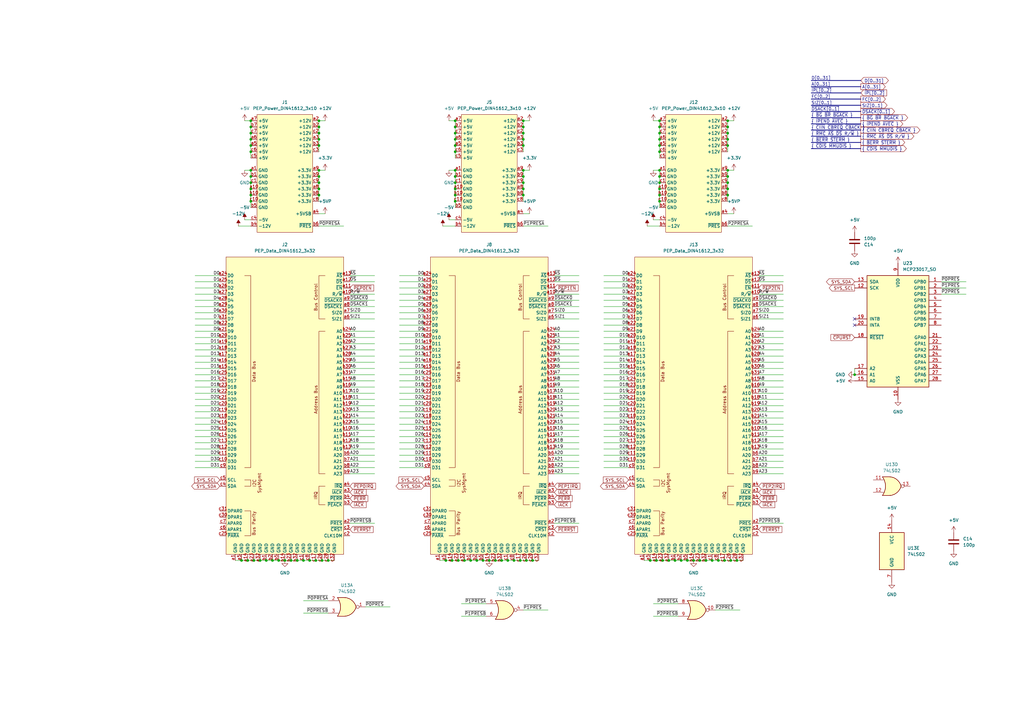
<source format=kicad_sch>
(kicad_sch (version 20230121) (generator eeschema)
  (paper "A3")
  (junction (at 130.81 80.01))
  (junction (at 130.81 49.53))
  (junction (at 198.12 229.87))
  (junction (at 101.6 229.87))
  (junction (at 130.81 74.93))
  (junction (at 130.81 72.39))
  (junction (at 121.92 229.87))
  (junction (at 298.45 69.85))
  (junction (at 208.28 229.87))
  (junction (at 200.66 229.87))
  (junction (at 190.5 229.87))
  (junction (at 298.45 52.07))
  (junction (at 213.36 229.87))
  (junction (at 270.51 69.85))
  (junction (at 186.69 72.39))
  (junction (at 114.3 229.87))
  (junction (at 102.87 59.69))
  (junction (at 132.08 229.87))
  (junction (at 127 229.87))
  (junction (at 270.51 72.39))
  (junction (at 270.51 52.07))
  (junction (at 297.18 229.87))
  (junction (at 218.44 229.87))
  (junction (at 186.69 49.53))
  (junction (at 185.42 229.87))
  (junction (at 276.86 229.87))
  (junction (at 186.69 77.47))
  (junction (at 269.24 229.87))
  (junction (at 129.54 229.87))
  (junction (at 271.78 229.87))
  (junction (at 214.63 52.07))
  (junction (at 195.58 229.87))
  (junction (at 205.74 229.87))
  (junction (at 106.68 229.87))
  (junction (at 298.45 59.69))
  (junction (at 186.69 52.07))
  (junction (at 186.69 54.61))
  (junction (at 298.45 54.61))
  (junction (at 210.82 229.87))
  (junction (at 102.87 52.07))
  (junction (at 116.84 229.87))
  (junction (at 130.81 69.85))
  (junction (at 99.06 229.87))
  (junction (at 124.46 229.87))
  (junction (at 270.51 80.01))
  (junction (at 350.52 153.67))
  (junction (at 214.63 74.93))
  (junction (at 270.51 59.69))
  (junction (at 274.32 229.87))
  (junction (at 289.56 229.87))
  (junction (at 134.62 229.87))
  (junction (at 130.81 54.61))
  (junction (at 298.45 49.53))
  (junction (at 214.63 59.69))
  (junction (at 186.69 59.69))
  (junction (at 214.63 72.39))
  (junction (at 298.45 72.39))
  (junction (at 102.87 77.47))
  (junction (at 130.81 77.47))
  (junction (at 109.22 229.87))
  (junction (at 186.69 57.15))
  (junction (at 186.69 80.01))
  (junction (at 102.87 62.23))
  (junction (at 186.69 74.93))
  (junction (at 102.87 57.15))
  (junction (at 270.51 77.47))
  (junction (at 214.63 57.15))
  (junction (at 281.94 229.87))
  (junction (at 102.87 49.53))
  (junction (at 270.51 62.23))
  (junction (at 193.04 229.87))
  (junction (at 298.45 74.93))
  (junction (at 299.72 229.87))
  (junction (at 279.4 229.87))
  (junction (at 270.51 82.55))
  (junction (at 130.81 57.15))
  (junction (at 186.69 82.55))
  (junction (at 302.26 229.87))
  (junction (at 102.87 74.93))
  (junction (at 186.69 62.23))
  (junction (at 104.14 229.87))
  (junction (at 294.64 229.87))
  (junction (at 130.81 52.07))
  (junction (at 102.87 72.39))
  (junction (at 298.45 77.47))
  (junction (at 186.69 69.85))
  (junction (at 203.2 229.87))
  (junction (at 214.63 69.85))
  (junction (at 266.7 229.87))
  (junction (at 102.87 80.01))
  (junction (at 214.63 54.61))
  (junction (at 119.38 229.87))
  (junction (at 102.87 69.85))
  (junction (at 292.1 229.87))
  (junction (at 214.63 77.47))
  (junction (at 214.63 80.01))
  (junction (at 270.51 49.53))
  (junction (at 215.9 229.87))
  (junction (at 270.51 57.15))
  (junction (at 102.87 54.61))
  (junction (at 187.96 229.87))
  (junction (at 102.87 82.55))
  (junction (at 270.51 54.61))
  (junction (at 214.63 49.53))
  (junction (at 182.88 229.87))
  (junction (at 284.48 229.87))
  (junction (at 287.02 229.87))
  (junction (at 298.45 57.15))
  (junction (at 270.51 74.93))
  (junction (at 111.76 229.87))
  (junction (at 130.81 59.69))
  (junction (at 298.45 80.01))
  (no_connect (at 350.52 130.81))
  (no_connect (at 350.52 133.35))
  (wire (pts (xy 104.14 229.87) (xy 106.68 229.87)))
  (wire (pts (xy 80.01 184.15) (xy 90.17 184.15)))
  (wire (pts (xy 130.81 59.69) (xy 130.81 62.23)))
  (wire (pts (xy 214.63 59.69) (xy 214.63 62.23)))
  (wire (pts (xy 124.46 251.46) (xy 134.62 251.46)))
  (wire (pts (xy 270.51 57.15) (xy 270.51 59.69)))
  (wire (pts (xy 181.61 92.71) (xy 186.69 92.71)))
  (wire (pts (xy 321.31 156.21) (xy 311.15 156.21)))
  (wire (pts (xy 267.97 252.73) (xy 278.13 252.73)))
  (wire (pts (xy 237.49 138.43) (xy 227.33 138.43)))
  (wire (pts (xy 218.44 229.87) (xy 220.98 229.87)))
  (wire (pts (xy 186.69 54.61) (xy 186.69 57.15)))
  (wire (pts (xy 80.01 171.45) (xy 90.17 171.45)))
  (wire (pts (xy 133.35 69.85) (xy 130.81 69.85)))
  (wire (pts (xy 281.94 229.87) (xy 284.48 229.87)))
  (wire (pts (xy 270.51 69.85) (xy 270.51 72.39)))
  (wire (pts (xy 153.67 184.15) (xy 143.51 184.15)))
  (wire (pts (xy 80.01 151.13) (xy 90.17 151.13)))
  (wire (pts (xy 130.81 49.53) (xy 130.81 52.07)))
  (wire (pts (xy 298.45 54.61) (xy 298.45 57.15)))
  (wire (pts (xy 208.28 229.87) (xy 210.82 229.87)))
  (wire (pts (xy 80.01 158.75) (xy 90.17 158.75)))
  (wire (pts (xy 102.87 54.61) (xy 102.87 57.15)))
  (wire (pts (xy 321.31 176.53) (xy 311.15 176.53)))
  (wire (pts (xy 163.83 168.91) (xy 173.99 168.91)))
  (wire (pts (xy 247.65 135.89) (xy 257.81 135.89)))
  (wire (pts (xy 321.31 161.29) (xy 311.15 161.29)))
  (wire (pts (xy 321.31 158.75) (xy 311.15 158.75)))
  (wire (pts (xy 247.65 128.27) (xy 257.81 128.27)))
  (wire (pts (xy 130.81 72.39) (xy 130.81 74.93)))
  (wire (pts (xy 80.01 148.59) (xy 90.17 148.59)))
  (wire (pts (xy 80.01 186.69) (xy 90.17 186.69)))
  (bus (pts (xy 332.74 33.02) (xy 353.06 33.02)))
  (wire (pts (xy 163.83 184.15) (xy 173.99 184.15)))
  (wire (pts (xy 270.51 49.53) (xy 270.51 52.07)))
  (wire (pts (xy 186.69 62.23) (xy 186.69 64.77)))
  (wire (pts (xy 133.35 49.53) (xy 130.81 49.53)))
  (wire (pts (xy 80.01 120.65) (xy 90.17 120.65)))
  (wire (pts (xy 163.83 146.05) (xy 173.99 146.05)))
  (wire (pts (xy 184.15 49.53) (xy 186.69 49.53)))
  (wire (pts (xy 153.67 138.43) (xy 143.51 138.43)))
  (wire (pts (xy 321.31 148.59) (xy 311.15 148.59)))
  (wire (pts (xy 237.49 173.99) (xy 227.33 173.99)))
  (wire (pts (xy 200.66 229.87) (xy 203.2 229.87)))
  (wire (pts (xy 130.81 80.01) (xy 130.81 82.55)))
  (wire (pts (xy 106.68 229.87) (xy 109.22 229.87)))
  (wire (pts (xy 237.49 168.91) (xy 227.33 168.91)))
  (wire (pts (xy 80.01 115.57) (xy 90.17 115.57)))
  (wire (pts (xy 163.83 163.83) (xy 173.99 163.83)))
  (wire (pts (xy 308.61 92.71) (xy 298.45 92.71)))
  (wire (pts (xy 237.49 191.77) (xy 227.33 191.77)))
  (wire (pts (xy 96.52 229.87) (xy 99.06 229.87)))
  (wire (pts (xy 124.46 229.87) (xy 127 229.87)))
  (wire (pts (xy 80.01 135.89) (xy 90.17 135.89)))
  (wire (pts (xy 237.49 194.31) (xy 227.33 194.31)))
  (wire (pts (xy 153.67 161.29) (xy 143.51 161.29)))
  (wire (pts (xy 163.83 179.07) (xy 173.99 179.07)))
  (wire (pts (xy 102.87 80.01) (xy 102.87 82.55)))
  (wire (pts (xy 163.83 153.67) (xy 173.99 153.67)))
  (wire (pts (xy 153.67 115.57) (xy 143.51 115.57)))
  (wire (pts (xy 321.31 186.69) (xy 311.15 186.69)))
  (wire (pts (xy 143.51 120.65) (xy 153.67 120.65)))
  (wire (pts (xy 284.48 229.87) (xy 287.02 229.87)))
  (wire (pts (xy 163.83 135.89) (xy 173.99 135.89)))
  (wire (pts (xy 237.49 171.45) (xy 227.33 171.45)))
  (wire (pts (xy 182.88 229.87) (xy 185.42 229.87)))
  (wire (pts (xy 102.87 72.39) (xy 102.87 74.93)))
  (wire (pts (xy 237.49 146.05) (xy 227.33 146.05)))
  (bus (pts (xy 332.74 60.96) (xy 353.06 60.96)))
  (wire (pts (xy 298.45 77.47) (xy 298.45 80.01)))
  (wire (pts (xy 163.83 123.19) (xy 173.99 123.19)))
  (wire (pts (xy 190.5 229.87) (xy 193.04 229.87)))
  (wire (pts (xy 267.97 90.17) (xy 270.51 90.17)))
  (wire (pts (xy 111.76 229.87) (xy 114.3 229.87)))
  (wire (pts (xy 267.97 247.65) (xy 278.13 247.65)))
  (wire (pts (xy 237.49 214.63) (xy 227.33 214.63)))
  (wire (pts (xy 396.24 120.65) (xy 386.08 120.65)))
  (wire (pts (xy 297.18 229.87) (xy 299.72 229.87)))
  (wire (pts (xy 298.45 80.01) (xy 298.45 82.55)))
  (wire (pts (xy 247.65 143.51) (xy 257.81 143.51)))
  (wire (pts (xy 109.22 229.87) (xy 111.76 229.87)))
  (wire (pts (xy 101.6 229.87) (xy 104.14 229.87)))
  (wire (pts (xy 214.63 54.61) (xy 214.63 57.15)))
  (wire (pts (xy 321.31 163.83) (xy 311.15 163.83)))
  (wire (pts (xy 214.63 57.15) (xy 214.63 59.69)))
  (wire (pts (xy 321.31 130.81) (xy 311.15 130.81)))
  (wire (pts (xy 321.31 125.73) (xy 311.15 125.73)))
  (wire (pts (xy 153.67 194.31) (xy 143.51 194.31)))
  (wire (pts (xy 303.53 250.19) (xy 293.37 250.19)))
  (wire (pts (xy 276.86 229.87) (xy 279.4 229.87)))
  (wire (pts (xy 237.49 161.29) (xy 227.33 161.29)))
  (wire (pts (xy 153.67 153.67) (xy 143.51 153.67)))
  (wire (pts (xy 193.04 229.87) (xy 195.58 229.87)))
  (wire (pts (xy 321.31 171.45) (xy 311.15 171.45)))
  (wire (pts (xy 153.67 135.89) (xy 143.51 135.89)))
  (wire (pts (xy 247.65 115.57) (xy 257.81 115.57)))
  (wire (pts (xy 237.49 158.75) (xy 227.33 158.75)))
  (wire (pts (xy 163.83 118.11) (xy 173.99 118.11)))
  (wire (pts (xy 132.08 229.87) (xy 134.62 229.87)))
  (wire (pts (xy 289.56 229.87) (xy 292.1 229.87)))
  (wire (pts (xy 153.67 156.21) (xy 143.51 156.21)))
  (wire (pts (xy 214.63 72.39) (xy 214.63 74.93)))
  (wire (pts (xy 217.17 49.53) (xy 214.63 49.53)))
  (wire (pts (xy 80.01 138.43) (xy 90.17 138.43)))
  (wire (pts (xy 266.7 229.87) (xy 269.24 229.87)))
  (wire (pts (xy 153.67 128.27) (xy 143.51 128.27)))
  (wire (pts (xy 247.65 166.37) (xy 257.81 166.37)))
  (wire (pts (xy 163.83 125.73) (xy 173.99 125.73)))
  (wire (pts (xy 214.63 87.63) (xy 217.17 87.63)))
  (wire (pts (xy 163.83 176.53) (xy 173.99 176.53)))
  (wire (pts (xy 237.49 140.97) (xy 227.33 140.97)))
  (wire (pts (xy 163.83 171.45) (xy 173.99 171.45)))
  (wire (pts (xy 298.45 74.93) (xy 298.45 77.47)))
  (wire (pts (xy 163.83 158.75) (xy 173.99 158.75)))
  (wire (pts (xy 102.87 69.85) (xy 102.87 72.39)))
  (wire (pts (xy 163.83 120.65) (xy 173.99 120.65)))
  (wire (pts (xy 99.06 229.87) (xy 101.6 229.87)))
  (wire (pts (xy 80.01 156.21) (xy 90.17 156.21)))
  (wire (pts (xy 237.49 189.23) (xy 227.33 189.23)))
  (wire (pts (xy 270.51 54.61) (xy 270.51 57.15)))
  (wire (pts (xy 102.87 82.55) (xy 102.87 85.09)))
  (wire (pts (xy 100.33 49.53) (xy 102.87 49.53)))
  (wire (pts (xy 130.81 54.61) (xy 130.81 57.15)))
  (wire (pts (xy 153.67 179.07) (xy 143.51 179.07)))
  (wire (pts (xy 247.65 133.35) (xy 257.81 133.35)))
  (wire (pts (xy 80.01 173.99) (xy 90.17 173.99)))
  (wire (pts (xy 80.01 146.05) (xy 90.17 146.05)))
  (wire (pts (xy 186.69 74.93) (xy 186.69 77.47)))
  (wire (pts (xy 265.43 92.71) (xy 270.51 92.71)))
  (wire (pts (xy 163.83 173.99) (xy 173.99 173.99)))
  (wire (pts (xy 247.65 168.91) (xy 257.81 168.91)))
  (wire (pts (xy 163.83 166.37) (xy 173.99 166.37)))
  (bus (pts (xy 332.74 53.34) (xy 353.06 53.34)))
  (wire (pts (xy 237.49 125.73) (xy 227.33 125.73)))
  (wire (pts (xy 121.92 229.87) (xy 124.46 229.87)))
  (wire (pts (xy 270.51 59.69) (xy 270.51 62.23)))
  (wire (pts (xy 247.65 140.97) (xy 257.81 140.97)))
  (wire (pts (xy 214.63 69.85) (xy 214.63 72.39)))
  (wire (pts (xy 270.51 62.23) (xy 270.51 64.77)))
  (wire (pts (xy 247.65 191.77) (xy 257.81 191.77)))
  (wire (pts (xy 130.81 77.47) (xy 130.81 80.01)))
  (wire (pts (xy 321.31 184.15) (xy 311.15 184.15)))
  (wire (pts (xy 163.83 148.59) (xy 173.99 148.59)))
  (wire (pts (xy 163.83 189.23) (xy 173.99 189.23)))
  (wire (pts (xy 247.65 125.73) (xy 257.81 125.73)))
  (wire (pts (xy 237.49 163.83) (xy 227.33 163.83)))
  (wire (pts (xy 214.63 52.07) (xy 214.63 54.61)))
  (wire (pts (xy 153.67 158.75) (xy 143.51 158.75)))
  (wire (pts (xy 153.67 146.05) (xy 143.51 146.05)))
  (wire (pts (xy 237.49 130.81) (xy 227.33 130.81)))
  (wire (pts (xy 163.83 151.13) (xy 173.99 151.13)))
  (wire (pts (xy 237.49 186.69) (xy 227.33 186.69)))
  (wire (pts (xy 80.01 128.27) (xy 90.17 128.27)))
  (wire (pts (xy 247.65 156.21) (xy 257.81 156.21)))
  (wire (pts (xy 129.54 229.87) (xy 132.08 229.87)))
  (wire (pts (xy 80.01 189.23) (xy 90.17 189.23)))
  (wire (pts (xy 186.69 72.39) (xy 186.69 74.93)))
  (wire (pts (xy 163.83 138.43) (xy 173.99 138.43)))
  (wire (pts (xy 247.65 151.13) (xy 257.81 151.13)))
  (wire (pts (xy 247.65 123.19) (xy 257.81 123.19)))
  (wire (pts (xy 237.49 135.89) (xy 227.33 135.89)))
  (wire (pts (xy 153.67 186.69) (xy 143.51 186.69)))
  (wire (pts (xy 270.51 52.07) (xy 270.51 54.61)))
  (wire (pts (xy 321.31 135.89) (xy 311.15 135.89)))
  (wire (pts (xy 130.81 87.63) (xy 133.35 87.63)))
  (wire (pts (xy 114.3 229.87) (xy 116.84 229.87)))
  (wire (pts (xy 186.69 52.07) (xy 186.69 54.61)))
  (wire (pts (xy 237.49 179.07) (xy 227.33 179.07)))
  (bus (pts (xy 332.74 38.1) (xy 353.06 38.1)))
  (wire (pts (xy 130.81 52.07) (xy 130.81 54.61)))
  (wire (pts (xy 247.65 118.11) (xy 257.81 118.11)))
  (wire (pts (xy 321.31 166.37) (xy 311.15 166.37)))
  (wire (pts (xy 116.84 229.87) (xy 119.38 229.87)))
  (wire (pts (xy 153.67 148.59) (xy 143.51 148.59)))
  (wire (pts (xy 186.69 82.55) (xy 186.69 85.09)))
  (wire (pts (xy 292.1 229.87) (xy 294.64 229.87)))
  (wire (pts (xy 298.45 49.53) (xy 298.45 52.07)))
  (wire (pts (xy 102.87 62.23) (xy 102.87 64.77)))
  (bus (pts (xy 332.74 58.42) (xy 353.06 58.42)))
  (wire (pts (xy 163.83 186.69) (xy 173.99 186.69)))
  (wire (pts (xy 130.81 74.93) (xy 130.81 77.47)))
  (wire (pts (xy 186.69 59.69) (xy 186.69 62.23)))
  (wire (pts (xy 153.67 214.63) (xy 143.51 214.63)))
  (wire (pts (xy 270.51 77.47) (xy 270.51 80.01)))
  (wire (pts (xy 80.01 179.07) (xy 90.17 179.07)))
  (wire (pts (xy 287.02 229.87) (xy 289.56 229.87)))
  (wire (pts (xy 237.49 148.59) (xy 227.33 148.59)))
  (wire (pts (xy 203.2 229.87) (xy 205.74 229.87)))
  (wire (pts (xy 97.79 92.71) (xy 102.87 92.71)))
  (wire (pts (xy 247.65 138.43) (xy 257.81 138.43)))
  (wire (pts (xy 214.63 77.47) (xy 214.63 80.01)))
  (bus (pts (xy 332.74 48.26) (xy 353.06 48.26)))
  (bus (pts (xy 332.74 43.18) (xy 353.06 43.18)))
  (wire (pts (xy 298.45 57.15) (xy 298.45 59.69)))
  (wire (pts (xy 321.31 189.23) (xy 311.15 189.23)))
  (wire (pts (xy 247.65 189.23) (xy 257.81 189.23)))
  (bus (pts (xy 332.74 40.64) (xy 353.06 40.64)))
  (wire (pts (xy 321.31 123.19) (xy 311.15 123.19)))
  (wire (pts (xy 237.49 128.27) (xy 227.33 128.27)))
  (wire (pts (xy 270.51 82.55) (xy 270.51 85.09)))
  (wire (pts (xy 80.01 140.97) (xy 90.17 140.97)))
  (wire (pts (xy 247.65 161.29) (xy 257.81 161.29)))
  (wire (pts (xy 153.67 151.13) (xy 143.51 151.13)))
  (wire (pts (xy 80.01 163.83) (xy 90.17 163.83)))
  (wire (pts (xy 247.65 179.07) (xy 257.81 179.07)))
  (wire (pts (xy 247.65 173.99) (xy 257.81 173.99)))
  (wire (pts (xy 321.31 168.91) (xy 311.15 168.91)))
  (wire (pts (xy 184.15 90.17) (xy 186.69 90.17)))
  (wire (pts (xy 298.45 52.07) (xy 298.45 54.61)))
  (wire (pts (xy 80.01 191.77) (xy 90.17 191.77)))
  (wire (pts (xy 224.79 92.71) (xy 214.63 92.71)))
  (wire (pts (xy 130.81 57.15) (xy 130.81 59.69)))
  (wire (pts (xy 321.31 153.67) (xy 311.15 153.67)))
  (wire (pts (xy 247.65 113.03) (xy 257.81 113.03)))
  (wire (pts (xy 80.01 176.53) (xy 90.17 176.53)))
  (wire (pts (xy 237.49 123.19) (xy 227.33 123.19)))
  (wire (pts (xy 396.24 118.11) (xy 386.08 118.11)))
  (wire (pts (xy 153.67 125.73) (xy 143.51 125.73)))
  (wire (pts (xy 247.65 163.83) (xy 257.81 163.83)))
  (wire (pts (xy 270.51 74.93) (xy 270.51 77.47)))
  (wire (pts (xy 130.81 69.85) (xy 130.81 72.39)))
  (wire (pts (xy 80.01 168.91) (xy 90.17 168.91)))
  (wire (pts (xy 100.33 90.17) (xy 102.87 90.17)))
  (wire (pts (xy 267.97 49.53) (xy 270.51 49.53)))
  (wire (pts (xy 186.69 57.15) (xy 186.69 59.69)))
  (wire (pts (xy 270.51 80.01) (xy 270.51 82.55)))
  (wire (pts (xy 214.63 49.53) (xy 214.63 52.07)))
  (wire (pts (xy 217.17 69.85) (xy 214.63 69.85)))
  (wire (pts (xy 321.31 140.97) (xy 311.15 140.97)))
  (wire (pts (xy 237.49 153.67) (xy 227.33 153.67)))
  (wire (pts (xy 300.99 69.85) (xy 298.45 69.85)))
  (wire (pts (xy 321.31 143.51) (xy 311.15 143.51)))
  (wire (pts (xy 153.67 163.83) (xy 143.51 163.83)))
  (wire (pts (xy 321.31 181.61) (xy 311.15 181.61)))
  (wire (pts (xy 302.26 229.87) (xy 304.8 229.87)))
  (bus (pts (xy 332.74 50.8) (xy 353.06 50.8)))
  (wire (pts (xy 237.49 151.13) (xy 227.33 151.13)))
  (wire (pts (xy 187.96 229.87) (xy 190.5 229.87)))
  (wire (pts (xy 163.83 143.51) (xy 173.99 143.51)))
  (wire (pts (xy 102.87 49.53) (xy 102.87 52.07)))
  (wire (pts (xy 237.49 181.61) (xy 227.33 181.61)))
  (wire (pts (xy 160.02 248.92) (xy 149.86 248.92)))
  (wire (pts (xy 195.58 229.87) (xy 198.12 229.87)))
  (wire (pts (xy 163.83 181.61) (xy 173.99 181.61)))
  (wire (pts (xy 237.49 156.21) (xy 227.33 156.21)))
  (wire (pts (xy 247.65 184.15) (xy 257.81 184.15)))
  (wire (pts (xy 153.67 189.23) (xy 143.51 189.23)))
  (wire (pts (xy 80.01 113.03) (xy 90.17 113.03)))
  (wire (pts (xy 279.4 229.87) (xy 281.94 229.87)))
  (wire (pts (xy 163.83 133.35) (xy 173.99 133.35)))
  (wire (pts (xy 119.38 229.87) (xy 121.92 229.87)))
  (bus (pts (xy 332.74 45.72) (xy 353.06 45.72)))
  (wire (pts (xy 80.01 123.19) (xy 90.17 123.19)))
  (wire (pts (xy 298.45 69.85) (xy 298.45 72.39)))
  (wire (pts (xy 321.31 138.43) (xy 311.15 138.43)))
  (wire (pts (xy 102.87 74.93) (xy 102.87 77.47)))
  (wire (pts (xy 215.9 229.87) (xy 218.44 229.87)))
  (wire (pts (xy 298.45 59.69) (xy 298.45 62.23)))
  (wire (pts (xy 264.16 229.87) (xy 266.7 229.87)))
  (wire (pts (xy 321.31 151.13) (xy 311.15 151.13)))
  (wire (pts (xy 153.67 166.37) (xy 143.51 166.37)))
  (wire (pts (xy 153.67 171.45) (xy 143.51 171.45)))
  (wire (pts (xy 247.65 186.69) (xy 257.81 186.69)))
  (wire (pts (xy 350.52 153.67) (xy 350.52 151.13)))
  (wire (pts (xy 321.31 173.99) (xy 311.15 173.99)))
  (wire (pts (xy 80.01 181.61) (xy 90.17 181.61)))
  (wire (pts (xy 153.67 176.53) (xy 143.51 176.53)))
  (wire (pts (xy 237.49 184.15) (xy 227.33 184.15)))
  (wire (pts (xy 153.67 140.97) (xy 143.51 140.97)))
  (wire (pts (xy 163.83 140.97) (xy 173.99 140.97)))
  (wire (pts (xy 153.67 130.81) (xy 143.51 130.81)))
  (wire (pts (xy 210.82 229.87) (xy 213.36 229.87)))
  (wire (pts (xy 269.24 229.87) (xy 271.78 229.87)))
  (wire (pts (xy 237.49 115.57) (xy 227.33 115.57)))
  (wire (pts (xy 247.65 181.61) (xy 257.81 181.61)))
  (wire (pts (xy 186.69 77.47) (xy 186.69 80.01)))
  (wire (pts (xy 127 229.87) (xy 129.54 229.87)))
  (wire (pts (xy 321.31 214.63) (xy 311.15 214.63)))
  (wire (pts (xy 124.46 246.38) (xy 134.62 246.38)))
  (wire (pts (xy 163.83 130.81) (xy 173.99 130.81)))
  (wire (pts (xy 237.49 166.37) (xy 227.33 166.37)))
  (wire (pts (xy 80.01 143.51) (xy 90.17 143.51)))
  (wire (pts (xy 184.15 69.85) (xy 186.69 69.85)))
  (wire (pts (xy 321.31 179.07) (xy 311.15 179.07)))
  (wire (pts (xy 102.87 57.15) (xy 102.87 59.69)))
  (wire (pts (xy 247.65 153.67) (xy 257.81 153.67)))
  (wire (pts (xy 153.67 173.99) (xy 143.51 173.99)))
  (wire (pts (xy 180.34 229.87) (xy 182.88 229.87)))
  (wire (pts (xy 163.83 128.27) (xy 173.99 128.27)))
  (wire (pts (xy 270.51 72.39) (xy 270.51 74.93)))
  (wire (pts (xy 274.32 229.87) (xy 276.86 229.87)))
  (wire (pts (xy 224.79 250.19) (xy 214.63 250.19)))
  (wire (pts (xy 163.83 191.77) (xy 173.99 191.77)))
  (wire (pts (xy 321.31 191.77) (xy 311.15 191.77)))
  (wire (pts (xy 247.65 158.75) (xy 257.81 158.75)))
  (wire (pts (xy 186.69 69.85) (xy 186.69 72.39)))
  (wire (pts (xy 153.67 143.51) (xy 143.51 143.51)))
  (wire (pts (xy 321.31 128.27) (xy 311.15 128.27)))
  (wire (pts (xy 189.23 252.73) (xy 199.39 252.73)))
  (wire (pts (xy 153.67 168.91) (xy 143.51 168.91)))
  (wire (pts (xy 247.65 130.81) (xy 257.81 130.81)))
  (wire (pts (xy 300.99 49.53) (xy 298.45 49.53)))
  (wire (pts (xy 267.97 69.85) (xy 270.51 69.85)))
  (wire (pts (xy 163.83 113.03) (xy 173.99 113.03)))
  (wire (pts (xy 321.31 146.05) (xy 311.15 146.05)))
  (bus (pts (xy 332.74 35.56) (xy 353.06 35.56)))
  (wire (pts (xy 102.87 52.07) (xy 102.87 54.61)))
  (wire (pts (xy 294.64 229.87) (xy 297.18 229.87)))
  (wire (pts (xy 80.01 153.67) (xy 90.17 153.67)))
  (wire (pts (xy 247.65 146.05) (xy 257.81 146.05)))
  (wire (pts (xy 80.01 133.35) (xy 90.17 133.35)))
  (wire (pts (xy 321.31 113.03) (xy 311.15 113.03)))
  (wire (pts (xy 80.01 166.37) (xy 90.17 166.37)))
  (wire (pts (xy 247.65 120.65) (xy 257.81 120.65)))
  (wire (pts (xy 153.67 191.77) (xy 143.51 191.77)))
  (wire (pts (xy 247.65 176.53) (xy 257.81 176.53)))
  (wire (pts (xy 185.42 229.87) (xy 187.96 229.87)))
  (wire (pts (xy 163.83 156.21) (xy 173.99 156.21)))
  (wire (pts (xy 134.62 229.87) (xy 137.16 229.87)))
  (wire (pts (xy 214.63 80.01) (xy 214.63 82.55)))
  (wire (pts (xy 247.65 148.59) (xy 257.81 148.59)))
  (wire (pts (xy 321.31 194.31) (xy 311.15 194.31)))
  (wire (pts (xy 102.87 77.47) (xy 102.87 80.01)))
  (wire (pts (xy 227.33 120.65) (xy 237.49 120.65)))
  (wire (pts (xy 186.69 80.01) (xy 186.69 82.55)))
  (wire (pts (xy 80.01 118.11) (xy 90.17 118.11)))
  (wire (pts (xy 153.67 123.19) (xy 143.51 123.19)))
  (wire (pts (xy 247.65 171.45) (xy 257.81 171.45)))
  (wire (pts (xy 214.63 74.93) (xy 214.63 77.47)))
  (wire (pts (xy 298.45 72.39) (xy 298.45 74.93)))
  (bus (pts (xy 332.74 55.88) (xy 353.06 55.88)))
  (wire (pts (xy 186.69 49.53) (xy 186.69 52.07)))
  (wire (pts (xy 198.12 229.87) (xy 200.66 229.87)))
  (wire (pts (xy 205.74 229.87) (xy 208.28 229.87)))
  (wire (pts (xy 163.83 161.29) (xy 173.99 161.29)))
  (wire (pts (xy 271.78 229.87) (xy 274.32 229.87)))
  (wire (pts (xy 237.49 176.53) (xy 227.33 176.53)))
  (wire (pts (xy 396.24 115.57) (xy 386.08 115.57)))
  (wire (pts (xy 153.67 181.61) (xy 143.51 181.61)))
  (wire (pts (xy 321.31 115.57) (xy 311.15 115.57)))
  (wire (pts (xy 299.72 229.87) (xy 302.26 229.87)))
  (wire (pts (xy 213.36 229.87) (xy 215.9 229.87)))
  (wire (pts (xy 100.33 69.85) (xy 102.87 69.85)))
  (wire (pts (xy 298.45 87.63) (xy 300.99 87.63)))
  (wire (pts (xy 80.01 130.81) (xy 90.17 130.81)))
  (wire (pts (xy 237.49 143.51) (xy 227.33 143.51)))
  (wire (pts (xy 237.49 113.03) (xy 227.33 113.03)))
  (wire (pts (xy 80.01 125.73) (xy 90.17 125.73)))
  (wire (pts (xy 163.83 115.57) (xy 173.99 115.57)))
  (wire (pts (xy 140.97 92.71) (xy 130.81 92.71)))
  (wire (pts (xy 153.67 113.03) (xy 143.51 113.03)))
  (wire (pts (xy 102.87 59.69) (xy 102.87 62.23)))
  (wire (pts (xy 189.23 247.65) (xy 199.39 247.65)))
  (wire (pts (xy 311.15 120.65) (xy 321.31 120.65)))
  (wire (pts (xy 80.01 161.29) (xy 90.17 161.29)))
  (label "D17" (at 173.99 156.21 180))
  (label "A9" (at 143.51 158.75 0))
  (label "D28" (at 257.81 184.15 180))
  (label "A0" (at 227.33 135.89 0))
  (label "A13" (at 311.15 168.91 0))
  (label "D13" (at 173.99 146.05 180))
  (label "D3" (at 90.17 120.65 180))
  (label "A2" (at 311.15 140.97 0))
  (label "A23" (at 143.51 194.31 0))
  (label "D12" (at 90.17 143.51 180))
  (label "A7" (at 143.51 153.67 0))
  (label "A9" (at 227.33 158.75 0))
  (label "D29" (at 90.17 186.69 180))
  (label "A1" (at 311.15 138.43 0))
  (label "D25" (at 257.81 176.53 180))
  (label "~{DSACK1}" (at 311.15 125.73 0))
  (label "D17" (at 90.17 156.21 180))
  (label "D19" (at 257.81 161.29 180))
  (label "D31" (at 257.81 191.77 180))
  (label "D16" (at 90.17 153.67 180))
  (label "D27" (at 90.17 181.61 180))
  (label "D5" (at 173.99 125.73 180))
  (label "A12" (at 311.15 166.37 0))
  (label "A21" (at 143.51 189.23 0))
  (label "A5" (at 143.51 148.59 0))
  (label "A8" (at 227.33 156.21 0))
  (label "D19" (at 173.99 161.29 180))
  (label "D0" (at 257.81 113.03 180))
  (label "D29" (at 257.81 186.69 180))
  (label "A16" (at 311.15 176.53 0))
  (label "A11" (at 311.15 163.83 0))
  (label "A20" (at 311.15 186.69 0))
  (label "R{slash}~{W}" (at 143.51 120.65 0))
  (label "D27" (at 257.81 181.61 180))
  (label "D20" (at 173.99 163.83 180))
  (label "D24" (at 90.17 173.99 180))
  (label "~{P0PRES}" (at 149.86 248.92 0))
  (label "D28" (at 90.17 184.15 180))
  (label "D18" (at 173.99 158.75 180))
  (label "D15" (at 90.17 151.13 180))
  (label "D0" (at 90.17 113.03 180))
  (label "D3" (at 173.99 120.65 180))
  (label "A0" (at 311.15 135.89 0))
  (label "A3" (at 311.15 143.51 0))
  (label "D30" (at 90.17 189.23 180))
  (label "~{DSACK0}" (at 143.51 123.19 0))
  (label "D21" (at 257.81 166.37 180))
  (label "A6" (at 311.15 151.13 0))
  (label "A18" (at 143.51 181.61 0))
  (label "~{DSACK0}" (at 311.15 123.19 0))
  (label "A9" (at 311.15 158.75 0))
  (label "~{P2PRES}" (at 386.08 120.65 0))
  (label "D24" (at 257.81 173.99 180))
  (label "~{P0PRES}" (at 386.08 115.57 0))
  (label "D30" (at 173.99 189.23 180))
  (label "A15" (at 311.15 173.99 0))
  (label "D28" (at 173.99 184.15 180))
  (label "~{P0PRESB}" (at 134.62 251.46 180))
  (label "~{IPL[0..2]}" (at 332.74 38.1 0))
  (label "{ ~{CDIS} ~{MMUDIS} }" (at 332.74 60.96 0))
  (label "A7" (at 311.15 153.67 0))
  (label "D11" (at 90.17 140.97 180))
  (label "~{P1PRES}" (at 214.63 250.19 0))
  (label "D[0..31]" (at 332.74 33.02 0))
  (label "A19" (at 227.33 184.15 0))
  (label "D26" (at 173.99 179.07 180))
  (label "D14" (at 173.99 148.59 180))
  (label "A14" (at 227.33 171.45 0))
  (label "A2" (at 227.33 140.97 0))
  (label "R{slash}~{W}" (at 311.15 120.65 0))
  (label "D5" (at 257.81 125.73 180))
  (label "D13" (at 257.81 146.05 180))
  (label "D22" (at 257.81 168.91 180))
  (label "D1" (at 90.17 115.57 180))
  (label "D12" (at 173.99 143.51 180))
  (label "A4" (at 311.15 146.05 0))
  (label "A21" (at 311.15 189.23 0))
  (label "D31" (at 90.17 191.77 180))
  (label "D2" (at 257.81 118.11 180))
  (label "A14" (at 311.15 171.45 0))
  (label "~{P0PRESB}" (at 143.51 214.63 0))
  (label "D18" (at 257.81 158.75 180))
  (label "D23" (at 90.17 171.45 180))
  (label "D2" (at 173.99 118.11 180))
  (label "{ ~{RMC} ~{AS} ~{DS} R{slash}~{W} }" (at 332.74 55.88 0))
  (label "D8" (at 173.99 133.35 180))
  (label "D9" (at 90.17 135.89 180))
  (label "A12" (at 227.33 166.37 0))
  (label "~{DSACK1}" (at 143.51 125.73 0))
  (label "~{P2PRESB}" (at 311.15 214.63 0))
  (label "SIZ1" (at 227.33 130.81 0))
  (label "A23" (at 311.15 194.31 0))
  (label "D25" (at 173.99 176.53 180))
  (label "A19" (at 311.15 184.15 0))
  (label "D9" (at 173.99 135.89 180))
  (label "~{P2PRESB}" (at 278.13 252.73 180))
  (label "~{DS}" (at 143.51 115.57 0))
  (label "D29" (at 173.99 186.69 180))
  (label "A1" (at 227.33 138.43 0))
  (label "A3" (at 143.51 143.51 0))
  (label "A2" (at 143.51 140.97 0))
  (label "~{P1PRES}" (at 386.08 118.11 0))
  (label "A17" (at 227.33 179.07 0))
  (label "D20" (at 90.17 163.83 180))
  (label "{ ~{BERR} ~{STERM} }" (at 332.74 58.42 0))
  (label "D15" (at 257.81 151.13 180))
  (label "{ ~{CIIN} ~{CBREQ} ~{CBACK} }" (at 332.74 53.34 0))
  (label "D20" (at 257.81 163.83 180))
  (label "D1" (at 257.81 115.57 180))
  (label "~{P0PRESA}" (at 134.62 246.38 180))
  (label "D13" (at 90.17 146.05 180))
  (label "D2" (at 90.17 118.11 180))
  (label "A18" (at 227.33 181.61 0))
  (label "D18" (at 90.17 158.75 180))
  (label "D3" (at 257.81 120.65 180))
  (label "D12" (at 257.81 143.51 180))
  (label "~{P0PRESA}" (at 130.81 92.71 0))
  (label "A17" (at 143.51 179.07 0))
  (label "{ ~{IPEND} ~{AVEC} }" (at 332.74 50.8 0))
  (label "D6" (at 90.17 128.27 180))
  (label "{ ~{BG} ~{BR} ~{BGACK} }" (at 332.74 48.26 0))
  (label "~{P1PRESB}" (at 227.33 214.63 0))
  (label "R{slash}~{W}" (at 227.33 120.65 0))
  (label "~{DSACK[0..1]}" (at 332.74 45.72 0))
  (label "A18" (at 311.15 181.61 0))
  (label "A1" (at 143.51 138.43 0))
  (label "D10" (at 90.17 138.43 180))
  (label "A11" (at 143.51 163.83 0))
  (label "~{P2PRESA}" (at 278.13 247.65 180))
  (label "D24" (at 173.99 173.99 180))
  (label "~{P2PRESA}" (at 298.45 92.71 0))
  (label "SIZ0" (at 311.15 128.27 0))
  (label "~{AS}" (at 227.33 113.03 0))
  (label "A19" (at 143.51 184.15 0))
  (label "A6" (at 227.33 151.13 0))
  (label "A12" (at 143.51 166.37 0))
  (label "D14" (at 90.17 148.59 180))
  (label "SIZ1" (at 143.51 130.81 0))
  (label "A21" (at 227.33 189.23 0))
  (label "A5" (at 311.15 148.59 0))
  (label "~{P1PRESB}" (at 199.39 252.73 180))
  (label "D4" (at 257.81 123.19 180))
  (label "D5" (at 90.17 125.73 180))
  (label "A14" (at 143.51 171.45 0))
  (label "D17" (at 257.81 156.21 180))
  (label "A4" (at 227.33 146.05 0))
  (label "~{DS}" (at 311.15 115.57 0))
  (label "SIZ0" (at 227.33 128.27 0))
  (label "D21" (at 90.17 166.37 180))
  (label "D21" (at 173.99 166.37 180))
  (label "D23" (at 173.99 171.45 180))
  (label "D4" (at 90.17 123.19 180))
  (label "A10" (at 143.51 161.29 0))
  (label "D26" (at 90.17 179.07 180))
  (label "D11" (at 173.99 140.97 180))
  (label "A20" (at 143.51 186.69 0))
  (label "A22" (at 311.15 191.77 0))
  (label "D19" (at 90.17 161.29 180))
  (label "A10" (at 311.15 161.29 0))
  (label "A11" (at 227.33 163.83 0))
  (label "A20" (at 227.33 186.69 0))
  (label "D23" (at 257.81 171.45 180))
  (label "D9" (at 257.81 135.89 180))
  (label "D6" (at 173.99 128.27 180))
  (label "D7" (at 90.17 130.81 180))
  (label "~{P2PRES}" (at 293.37 250.19 0))
  (label "D22" (at 173.99 168.91 180))
  (label "D22" (at 90.17 168.91 180))
  (label "D10" (at 257.81 138.43 180))
  (label "D16" (at 173.99 153.67 180))
  (label "~{AS}" (at 143.51 113.03 0))
  (label "~{P1PRESA}" (at 214.63 92.71 0))
  (label "A16" (at 227.33 176.53 0))
  (label "D16" (at 257.81 153.67 180))
  (label "SIZ[0..1]" (at 332.74 43.18 0))
  (label "A23" (at 227.33 194.31 0))
  (label "A22" (at 143.51 191.77 0))
  (label "A3" (at 227.33 143.51 0))
  (label "D26" (at 257.81 179.07 180))
  (label "A15" (at 143.51 173.99 0))
  (label "~{DSACK0}" (at 227.33 123.19 0))
  (label "A13" (at 143.51 168.91 0))
  (label "D7" (at 257.81 130.81 180))
  (label "FC[0..2]" (at 332.74 40.64 0))
  (label "D15" (at 173.99 151.13 180))
  (label "~{AS}" (at 311.15 113.03 0))
  (label "A22" (at 227.33 191.77 0))
  (label "A8" (at 311.15 156.21 0))
  (label "D8" (at 257.81 133.35 180))
  (label "D7" (at 173.99 130.81 180))
  (label "D30" (at 257.81 189.23 180))
  (label "D14" (at 257.81 148.59 180))
  (label "A6" (at 143.51 151.13 0))
  (label "D27" (at 173.99 181.61 180))
  (label "A16" (at 143.51 176.53 0))
  (label "A13" (at 227.33 168.91 0))
  (label "~{P1PRESA}" (at 199.39 247.65 180))
  (label "A8" (at 143.51 156.21 0))
  (label "~{DSACK1}" (at 227.33 125.73 0))
  (label "A0" (at 143.51 135.89 0))
  (label "A10" (at 227.33 161.29 0))
  (label "A15" (at 227.33 173.99 0))
  (label "SIZ1" (at 311.15 130.81 0))
  (label "A5" (at 227.33 148.59 0))
  (label "A7" (at 227.33 153.67 0))
  (label "D1" (at 173.99 115.57 180))
  (label "D31" (at 173.99 191.77 180))
  (label "D10" (at 173.99 138.43 180))
  (label "A4" (at 143.51 146.05 0))
  (label "D8" (at 90.17 133.35 180))
  (label "D4" (at 173.99 123.19 180))
  (label "D11" (at 257.81 140.97 180))
  (label "D25" (at 90.17 176.53 180))
  (label "A[0..31]" (at 332.74 35.56 0))
  (label "D0" (at 173.99 113.03 180))
  (label "A17" (at 311.15 179.07 0))
  (label "~{DS}" (at 227.33 115.57 0))
  (label "SIZ0" (at 143.51 128.27 0))
  (label "D6" (at 257.81 128.27 180))
  (global_label "~{IACK}" (shape input) (at 143.51 207.01 0) (property "Intersheetrefs" "${INTERSHEET_REFS}" (effects hide)))
  (global_label "SYS_SCL" (shape output) (at 350.52 118.11 180) (property "Intersheetrefs" "${INTERSHEET_REFS}" (effects hide)))
  (global_label "~{DSACK[0..1]}" (shape output) (at 353.06 45.72 0) (property "Intersheetrefs" "${INTERSHEET_REFS}" (effects hide)))
  (global_label "FC[0..2]" (shape output) (at 353.06 40.64 0) (property "Intersheetrefs" "${INTERSHEET_REFS}" (effects hide)))
  (global_label "~{IPL[0..2]}" (shape input) (at 353.06 38.1 0) (property "Intersheetrefs" "${INTERSHEET_REFS}" (effects hide)))
  (global_label "SYS_SCL" (shape input) (at 257.81 196.85 180) (property "Intersheetrefs" "${INTERSHEET_REFS}" (effects hide)))
  (global_label "~{CPURST}" (shape input) (at 350.52 138.43 180) (property "Intersheetrefs" "${INTERSHEET_REFS}" (effects hide)))
  (global_label "SYS_SDA" (shape bidirectional) (at 257.81 199.39 180) (property "Intersheetrefs" "${INTERSHEET_REFS}" (effects hide)))
  (global_label "~{IACK}" (shape input) (at 227.33 207.01 0) (property "Intersheetrefs" "${INTERSHEET_REFS}" (effects hide)))
  (global_label "SYS_SDA" (shape bidirectional) (at 350.52 115.57 180) (property "Intersheetrefs" "${INTERSHEET_REFS}" (effects hide)))
  (global_label "~{PEP1EN}" (shape input) (at 227.33 118.11 0) (property "Intersheetrefs" "${INTERSHEET_REFS}" (effects hide)))
  (global_label "~{PERR}" (shape input) (at 143.51 204.47 0) (property "Intersheetrefs" "${INTERSHEET_REFS}" (effects hide)))
  (global_label "A[0..31]" (shape output) (at 353.06 35.56 0) (property "Intersheetrefs" "${INTERSHEET_REFS}" (effects hide)))
  (global_label "{ ~{CDIS} ~{MMUDIS} }" (shape output) (at 353.06 60.96 0) (property "Intersheetrefs" "${INTERSHEET_REFS}" (effects hide)))
  (global_label "{ ~{BERR} ~{STERM} }" (shape output) (at 353.06 58.42 0) (property "Intersheetrefs" "${INTERSHEET_REFS}" (effects hide)))
  (global_label "{ ~{RMC} ~{AS} ~{DS} R{slash}~{W} }" (shape output) (at 353.06 55.88 0) (property "Intersheetrefs" "${INTERSHEET_REFS}" (effects hide)))
  (global_label "~{PEP0IRQ}" (shape input) (at 143.51 199.39 0) (property "Intersheetrefs" "${INTERSHEET_REFS}" (effects hide)))
  (global_label "~{IACK}" (shape input) (at 311.15 207.01 0) (property "Intersheetrefs" "${INTERSHEET_REFS}" (effects hide)))
  (global_label "~{PEP0EN}" (shape input) (at 143.51 118.11 0) (property "Intersheetrefs" "${INTERSHEET_REFS}" (effects hide)))
  (global_label "~{IACK}" (shape input) (at 311.15 201.93 0) (property "Intersheetrefs" "${INTERSHEET_REFS}" (effects hide)))
  (global_label "D[0..31]" (shape bidirectional) (at 353.06 33.02 0) (property "Intersheetrefs" "${INTERSHEET_REFS}" (effects hide)))
  (global_label "SYS_SDA" (shape bidirectional) (at 90.17 199.39 180) (property "Intersheetrefs" "${INTERSHEET_REFS}" (effects hide)))
  (global_label "~{PEP2IRQ}" (shape input) (at 311.15 199.39 0) (property "Intersheetrefs" "${INTERSHEET_REFS}" (effects hide)))
  (global_label "SIZ[0..1]" (shape output) (at 353.06 43.18 0) (property "Intersheetrefs" "${INTERSHEET_REFS}" (effects hide)))
  (global_label "{ ~{CIIN} ~{CBREQ} ~{CBACK} }" (shape output) (at 353.06 53.34 0) (property "Intersheetrefs" "${INTERSHEET_REFS}" (effects hide)))
  (global_label "~{PEP1IRQ}" (shape input) (at 227.33 199.39 0) (property "Intersheetrefs" "${INTERSHEET_REFS}" (effects hide)))
  (global_label "SYS_SCL" (shape input) (at 90.17 196.85 180) (property "Intersheetrefs" "${INTERSHEET_REFS}" (effects hide)))
  (global_label "~{PERRST}" (shape input) (at 311.15 217.17 0) (property "Intersheetrefs" "${INTERSHEET_REFS}" (effects hide)))
  (global_label "{ ~{IPEND} ~{AVEC} }" (shape output) (at 353.06 50.8 0) (property "Intersheetrefs" "${INTERSHEET_REFS}" (effects hide)))
  (global_label "~{PERR}" (shape input) (at 311.15 204.47 0) (property "Intersheetrefs" "${INTERSHEET_REFS}" (effects hide)))
  (global_label "~{IACK}" (shape input) (at 143.51 201.93 0) (property "Intersheetrefs" "${INTERSHEET_REFS}" (effects hide)))
  (global_label "~{PEP2EN}" (shape input) (at 311.15 118.11 0) (property "Intersheetrefs" "${INTERSHEET_REFS}" (effects hide)))
  (global_label "~{PERR}" (shape input) (at 227.33 204.47 0) (property "Intersheetrefs" "${INTERSHEET_REFS}" (effects hide)))
  (global_label "SYS_SDA" (shape bidirectional) (at 173.99 199.39 180) (property "Intersheetrefs" "${INTERSHEET_REFS}" (effects hide)))
  (global_label "~{PERRST}" (shape input) (at 227.33 217.17 0) (property "Intersheetrefs" "${INTERSHEET_REFS}" (effects hide)))
  (global_label "SYS_SCL" (shape input) (at 173.99 196.85 180) (property "Intersheetrefs" "${INTERSHEET_REFS}" (effects hide)))
  (global_label "{ ~{BG} ~{BR} ~{BGACK} }" (shape output) (at 353.06 48.26 0) (property "Intersheetrefs" "${INTERSHEET_REFS}" (effects hide)))
  (global_label "~{PERRST}" (shape input) (at 143.51 217.17 0) (property "Intersheetrefs" "${INTERSHEET_REFS}" (effects hide)))
  (global_label "~{IACK}" (shape input) (at 227.33 201.93 0) (property "Intersheetrefs" "${INTERSHEET_REFS}" (effects hide)))
  (symbol (lib_id "power:+3.3V") (at 300.99 69.85 0) (unit 1)
    (property "Reference" "#PWR075" (effects hide))
    (property "Value" "+3.3V" (at 300.99 64.77 0))
    (instances (project "m68k-hbc" (path "" (reference "#PWR075") (unit 1)) (path "" (reference "#PWR067") (unit 1))))
  )
  (symbol (lib_id "power:GND") (at 184.15 69.85 0) (unit 1)
    (property "Reference" "#PWR040" (effects hide))
    (property "Value" "GND" (at 184.15 74.93 0))
    (instances (project "m68k-hbc" (path "" (reference "#PWR040") (unit 1)) (path "" (reference "#PWR064") (unit 1))))
  )
  (symbol (lib_id "EPBus:PEP_Data_DIN41612_3x32") (at 200.66 163.83 0) (unit 1)
    (property "Reference" "J8" (at 200.66 100.33 0))
    (property "Value" "PEP_Data_DIN41612_3x32" (at 200.66 102.87 0))
    (property "Footprint" "Connector_DIN:DIN41612_C_3x32_Female_Vertical_THT" (effects hide))
    (instances (project "m68k-hbc" (path "" (reference "J8") (unit 1)) (path "" (reference "J6") (unit 1))))
  )
  (symbol (lib_id "power:GND") (at 284.48 229.87 0) (unit 1)
    (property "Reference" "#PWR091" (effects hide))
    (property "Value" "GND" (at 284.48 234.95 0))
    (instances (project "m68k-hbc" (path "" (reference "#PWR091") (unit 1)) (path "" (reference "#PWR088") (unit 1))))
  )
  (symbol (lib_id "power:GND") (at 267.97 69.85 0) (unit 1)
    (property "Reference" "#PWR074" (effects hide))
    (property "Value" "GND" (at 267.97 74.93 0))
    (instances (project "m68k-hbc" (path "" (reference "#PWR074") (unit 1)) (path "" (reference "#PWR066") (unit 1))))
  )
  (symbol (lib_id "power:+3.3V") (at 133.35 69.85 0) (unit 1)
    (property "Reference" "#PWR012" (effects hide))
    (property "Value" "+3.3V" (at 133.35 64.77 0))
    (instances (project "m68k-hbc" (path "" (reference "#PWR012") (unit 1)) (path "" (reference "#PWR063") (unit 1))))
  )
  (symbol (lib_id "power:GND") (at 365.76 238.76 0) (unit 1)
    (property "Reference" "#PWR089" (effects hide))
    (property "Value" "GND" (at 365.76 243.84 0))
  )
  (symbol (lib_id "power:+5VP") (at 300.99 87.63 0) (unit 1)
    (property "Reference" "#PWR076" (effects hide))
    (property "Value" "+5VP" (at 300.99 82.55 0))
    (instances (project "m68k-hbc" (path "" (reference "#PWR076") (unit 1)) (path "" (reference "#PWR070") (unit 1))))
  )
  (symbol (lib_id "power:GND") (at 368.3 163.83 0) (unit 1)
    (property "Reference" "#PWR091" (effects hide))
    (property "Value" "GND" (at 368.3 168.91 0))
    (instances (project "m68k-hbc" (path "" (reference "#PWR091") (unit 1)) (path "" (reference "#PWR082") (unit 1))))
  )
  (symbol (lib_id "power:+5V") (at 368.3 107.95 0) (unit 1)
    (property "Reference" "#PWR084" (effects hide))
    (property "Value" "+5V" (at 368.3 102.87 0))
    (instances (project "m68k-hbc" (path "" (reference "#PWR084") (unit 1)) (path "" (reference "#PWR079") (unit 1))))
  )
  (symbol (lib_id "Device:C") (at 391.16 222.25 0) (unit 1)
    (property "Reference" "C14" (at 394.97 220.98 0) (effects (justify left)))
    (property "Value" "100p" (at 394.97 223.52 0) (effects (justify left)))
    (property "Footprint" "Capacitor_SMD:C_1206_3216Metric_Pad1.33x1.80mm_HandSolder" (effects hide))
    (instances (project "m68k-hbc" (path "" (reference "C14") (unit 1)) (path "" (reference "C38") (unit 1)) (path "" (reference "C33") (unit 1))))
  )
  (symbol (lib_id "EPBus:PEP_Power_DIN41612_3x10") (at 200.66 71.12 0) (unit 1)
    (property "Reference" "J5" (at 200.66 41.91 0))
    (property "Value" "PEP_Power_DIN41612_3x10" (at 200.66 44.45 0))
    (property "Footprint" "Connector_DIN:DIN41612_C3_3x10_Female_Vertical_THT" (effects hide))
    (instances (project "m68k-hbc" (path "" (reference "J5") (unit 1)) (path "" (reference "J3") (unit 1))))
  )
  (symbol (lib_id "power:+12V") (at 133.35 49.53 0) (unit 1)
    (property "Reference" "#PWR06" (effects hide))
    (property "Value" "+12V" (at 133.35 44.45 0))
    (instances (project "m68k-hbc" (path "" (reference "#PWR06") (unit 1)) (path "" (reference "#PWR057") (unit 1))))
  )
  (symbol (lib_id "power:+12V") (at 300.99 49.53 0) (unit 1)
    (property "Reference" "#PWR064" (effects hide))
    (property "Value" "+12V" (at 300.99 44.45 0))
    (instances (project "m68k-hbc" (path "" (reference "#PWR064") (unit 1)) (path "" (reference "#PWR061") (unit 1))))
  )
  (symbol (lib_id "power:+5V") (at 184.15 49.53 0) (unit 1)
    (property "Reference" "#PWR036" (effects hide))
    (property "Value" "+5V" (at 184.15 44.45 0))
    (instances (project "m68k-hbc" (path "" (reference "#PWR036") (unit 1)) (path "" (reference "#PWR058") (unit 1))))
  )
  (symbol (lib_id "power:-5V") (at 184.15 90.17 0) (unit 1)
    (property "Reference" "#PWR048" (effects hide))
    (property "Value" "-5V" (at 184.15 85.09 0))
    (instances (project "m68k-hbc" (path "" (reference "#PWR048") (unit 1)) (path "" (reference "#PWR072") (unit 1))))
  )
  (symbol (lib_id "74xx:74LS02") (at 142.24 248.92 0) (unit 1)
    (property "Reference" "U13" (at 142.24 240.03 0))
    (property "Value" "74LS02" (at 142.24 242.57 0))
    (property "Footprint" "Package_SO:SOIC-14W_7.5x9mm_P1.27mm" (effects hide))
    (property "Datasheet" "http://www.ti.com/lit/gpn/sn74ls02" (effects hide))
  )
  (symbol (lib_id "power:-12V") (at 97.79 92.71 0) (unit 1)
    (property "Reference" "#PWR016" (effects hide))
    (property "Value" "-12V" (at 97.79 87.63 0))
    (instances (project "m68k-hbc" (path "" (reference "#PWR016") (unit 1)) (path "" (reference "#PWR074") (unit 1))))
  )
  (symbol (lib_id "power:GND") (at 350.52 153.67 270) (unit 1)
    (property "Reference" "#PWR080" (effects hide))
    (property "Value" "GND" (at 346.71 153.67 90) (effects (justify right)))
  )
  (symbol (lib_id "power:+5V") (at 365.76 213.36 0) (unit 1)
    (property "Reference" "#PWR083" (effects hide))
    (property "Value" "+5V" (at 365.76 208.28 0))
  )
  (symbol (lib_id "EPBus:PEP_Data_DIN41612_3x32") (at 284.48 163.83 0) (unit 1)
    (property "Reference" "J13" (at 284.48 100.33 0))
    (property "Value" "PEP_Data_DIN41612_3x32" (at 284.48 102.87 0))
    (property "Footprint" "Connector_DIN:DIN41612_C_3x32_Female_Vertical_THT" (effects hide))
    (instances (project "m68k-hbc" (path "" (reference "J13") (unit 1)) (path "" (reference "J7") (unit 1))))
  )
  (symbol (lib_id "power:+5VP") (at 133.35 87.63 0) (unit 1)
    (property "Reference" "#PWR014" (effects hide))
    (property "Value" "+5VP" (at 133.35 82.55 0))
    (instances (project "m68k-hbc" (path "" (reference "#PWR014") (unit 1)) (path "" (reference "#PWR068") (unit 1))))
  )
  (symbol (lib_id "power:+5V") (at 391.16 218.44 0) (unit 1)
    (property "Reference" "#PWR0201" (effects hide))
    (property "Value" "+5V" (at 391.16 213.36 0))
    (instances (project "m68k-hbc" (path "" (reference "#PWR0201") (unit 1)) (path "" (reference "#PWR0206") (unit 1)) (path "" (reference "#PWR084") (unit 1))))
  )
  (symbol (lib_id "power:GND") (at 100.33 69.85 0) (unit 1)
    (property "Reference" "#PWR011" (effects hide))
    (property "Value" "GND" (at 100.33 74.93 0))
    (instances (project "m68k-hbc" (path "" (reference "#PWR011") (unit 1)) (path "" (reference "#PWR062") (unit 1))))
  )
  (symbol (lib_id "power:-5V") (at 100.33 90.17 0) (unit 1)
    (property "Reference" "#PWR015" (effects hide))
    (property "Value" "-5V" (at 100.33 85.09 0))
    (instances (project "m68k-hbc" (path "" (reference "#PWR015") (unit 1)) (path "" (reference "#PWR071") (unit 1))))
  )
  (symbol (lib_id "power:GND") (at 391.16 226.06 0) (unit 1)
    (property "Reference" "#PWR0200" (effects hide))
    (property "Value" "GND" (at 391.16 231.14 0))
    (instances (project "m68k-hbc" (path "" (reference "#PWR0200") (unit 1)) (path "" (reference "#PWR0207") (unit 1)) (path "" (reference "#PWR085") (unit 1))))
  )
  (symbol (lib_id "power:+5VP") (at 217.17 87.63 0) (unit 1)
    (property "Reference" "#PWR047" (effects hide))
    (property "Value" "+5VP" (at 217.17 82.55 0))
    (instances (project "m68k-hbc" (path "" (reference "#PWR047") (unit 1)) (path "" (reference "#PWR069") (unit 1))))
  )
  (symbol (lib_id "power:-12V") (at 265.43 92.71 0) (unit 1)
    (property "Reference" "#PWR078" (effects hide))
    (property "Value" "-12V" (at 265.43 87.63 0))
    (instances (project "m68k-hbc" (path "" (reference "#PWR078") (unit 1)) (path "" (reference "#PWR076") (unit 1))))
  )
  (symbol (lib_id "power:-5V") (at 267.97 90.17 0) (unit 1)
    (property "Reference" "#PWR077" (effects hide))
    (property "Value" "-5V" (at 267.97 85.09 0))
    (instances (project "m68k-hbc" (path "" (reference "#PWR077") (unit 1)) (path "" (reference "#PWR073") (unit 1))))
  )
  (symbol (lib_id "power:GND") (at 200.66 229.87 0) (unit 1)
    (property "Reference" "#PWR059" (effects hide))
    (property "Value" "GND" (at 200.66 234.95 0))
    (instances (project "m68k-hbc" (path "" (reference "#PWR059") (unit 1)) (path "" (reference "#PWR087") (unit 1))))
  )
  (symbol (lib_id "74xx:74LS02") (at 285.75 250.19 0) (unit 3)
    (property "Reference" "U13" (at 285.75 241.3 0))
    (property "Value" "74LS02" (at 285.75 243.84 0))
    (property "Footprint" "Package_SO:SOIC-14W_7.5x9mm_P1.27mm" (effects hide))
    (property "Datasheet" "http://www.ti.com/lit/gpn/sn74ls02" (effects hide))
  )
  (symbol (lib_id "EPBus:PEP_Power_DIN41612_3x10") (at 284.48 71.12 0) (unit 1)
    (property "Reference" "J12" (at 284.48 41.91 0))
    (property "Value" "PEP_Power_DIN41612_3x10" (at 284.48 44.45 0))
    (property "Footprint" "Connector_DIN:DIN41612_C3_3x10_Female_Vertical_THT" (effects hide))
    (instances (project "m68k-hbc" (path "" (reference "J12") (unit 1)) (path "" (reference "J4") (unit 1))))
  )
  (symbol (lib_id "74xx:74LS02") (at 365.76 226.06 0) (unit 5)
    (property "Reference" "U13" (at 372.11 224.79 0) (effects (justify left)))
    (property "Value" "74LS02" (at 372.11 227.33 0) (effects (justify left)))
    (property "Footprint" "Package_SO:SOIC-14W_7.5x9mm_P1.27mm" (effects hide))
    (property "Datasheet" "http://www.ti.com/lit/gpn/sn74ls02" (effects hide))
  )
  (symbol (lib_id "power:+5V") (at 267.97 49.53 0) (unit 1)
    (property "Reference" "#PWR063" (effects hide))
    (property "Value" "+5V" (at 267.97 44.45 0))
    (instances (project "m68k-hbc" (path "" (reference "#PWR063") (unit 1)) (path "" (reference "#PWR060") (unit 1))))
  )
  (symbol (lib_id "power:-12V") (at 181.61 92.71 0) (unit 1)
    (property "Reference" "#PWR049" (effects hide))
    (property "Value" "-12V" (at 181.61 87.63 0))
    (instances (project "m68k-hbc" (path "" (reference "#PWR049") (unit 1)) (path "" (reference "#PWR075") (unit 1))))
  )
  (symbol (lib_id "power:GND") (at 116.84 229.87 0) (unit 1)
    (property "Reference" "#PWR034" (effects hide))
    (property "Value" "GND" (at 116.84 234.95 0))
    (instances (project "m68k-hbc" (path "" (reference "#PWR034") (unit 1)) (path "" (reference "#PWR086") (unit 1))))
  )
  (symbol (lib_id "EPBus:PEP_Power_DIN41612_3x10") (at 116.84 71.12 0) (unit 1)
    (property "Reference" "J1" (at 116.84 41.91 0))
    (property "Value" "PEP_Power_DIN41612_3x10" (at 116.84 44.45 0))
    (property "Footprint" "Connector_DIN:DIN41612_C3_3x10_Female_Vertical_THT" (effects hide))
    (instances (project "m68k-hbc" (path "" (reference "J1") (unit 1)) (path "" (reference "J2") (unit 1))))
  )
  (symbol (lib_id "power:+5V") (at 350.52 156.21 90) (unit 1)
    (property "Reference" "#PWR081" (effects hide))
    (property "Value" "+5V" (at 346.71 156.21 90) (effects (justify left)))
  )
  (symbol (lib_id "74xx:74LS02") (at 365.76 199.39 0) (unit 4)
    (property "Reference" "U13" (at 365.76 190.5 0))
    (property "Value" "74LS02" (at 365.76 193.04 0))
    (property "Footprint" "Package_SO:SOIC-14W_7.5x9mm_P1.27mm" (effects hide))
    (property "Datasheet" "http://www.ti.com/lit/gpn/sn74ls02" (effects hide))
  )
  (symbol (lib_id "power:+5V") (at 100.33 49.53 0) (unit 1)
    (property "Reference" "#PWR05" (effects hide))
    (property "Value" "+5V" (at 100.33 44.45 0))
    (instances (project "m68k-hbc" (path "" (reference "#PWR05") (unit 1)) (path "" (reference "#PWR056") (unit 1))))
  )
  (symbol (lib_id "power:+3.3V") (at 217.17 69.85 0) (unit 1)
    (property "Reference" "#PWR041" (effects hide))
    (property "Value" "+3.3V" (at 217.17 64.77 0))
    (instances (project "m68k-hbc" (path "" (reference "#PWR041") (unit 1)) (path "" (reference "#PWR065") (unit 1))))
  )
  (symbol (lib_id "Device:C") (at 350.52 99.06 0) (mirror x) (unit 1)
    (property "Reference" "C14" (at 354.33 100.33 0) (effects (justify left)))
    (property "Value" "100p" (at 354.33 97.79 0) (effects (justify left)))
    (property "Footprint" "Capacitor_SMD:C_1206_3216Metric_Pad1.33x1.80mm_HandSolder" (effects hide))
    (instances (project "m68k-hbc" (path "" (reference "C14") (unit 1)) (path "" (reference "C40") (unit 1)) (path "" (reference "C32") (unit 1))))
  )
  (symbol (lib_id "power:+12V") (at 217.17 49.53 0) (unit 1)
    (property "Reference" "#PWR037" (effects hide))
    (property "Value" "+12V" (at 217.17 44.45 0))
    (instances (project "m68k-hbc" (path "" (reference "#PWR037") (unit 1)) (path "" (reference "#PWR059") (unit 1))))
  )
  (symbol (lib_id "power:GND") (at 350.52 102.87 0) (unit 1)
    (property "Reference" "#PWR0200" (effects hide))
    (property "Value" "GND" (at 350.52 107.95 0))
    (instances (project "m68k-hbc" (path "" (reference "#PWR0200") (unit 1)) (path "" (reference "#PWR087") (unit 1)) (path "" (reference "#PWR078") (unit 1))))
  )
  (symbol (lib_id "EPBus:PEP_Data_DIN41612_3x32") (at 116.84 163.83 0) (unit 1)
    (property "Reference" "J2" (at 116.84 100.33 0))
    (property "Value" "PEP_Data_DIN41612_3x32" (at 116.84 102.87 0))
    (property "Footprint" "Connector_DIN:DIN41612_C_3x32_Female_Vertical_THT" (effects hide))
    (instances (project "m68k-hbc" (path "" (reference "J2") (unit 1)) (path "" (reference "J5") (unit 1))))
  )
  (symbol (lib_id "74xx:74LS02") (at 207.01 250.19 0) (unit 2)
    (property "Reference" "U13" (at 207.01 241.3 0))
    (property "Value" "74LS02" (at 207.01 243.84 0))
    (property "Footprint" "Package_SO:SOIC-14W_7.5x9mm_P1.27mm" (effects hide))
    (property "Datasheet" "http://www.ti.com/lit/gpn/sn74ls02" (effects hide))
  )
  (symbol (lib_id "Interface_Expansion:MCP23017_SO") (at 368.3 135.89 0) (unit 1)
    (property "Reference" "U23" (at 370.2559 107.95 0) (effects (justify left)))
    (property "Value" "MCP23017_SO" (at 370.2559 110.49 0) (effects (justify left)))
    (property "Footprint" "Package_SO:SOIC-28W_7.5x17.9mm_P1.27mm" (effects hide))
    (property "Datasheet" "http://ww1.microchip.com/downloads/en/DeviceDoc/20001952C.pdf" (effects hide))
    (instances (project "m68k-hbc" (path "" (reference "U23") (unit 1)) (path "" (reference "U12") (unit 1))))
  )
  (symbol (lib_id "power:+5V") (at 350.52 95.25 0) (unit 1)
    (property "Reference" "#PWR086" (effects hide))
    (property "Value" "+5V" (at 350.52 90.17 0))
    (instances (project "m68k-hbc" (path "" (reference "#PWR086") (unit 1)) (path "" (reference "#PWR077") (unit 1))))
  )
)
</source>
